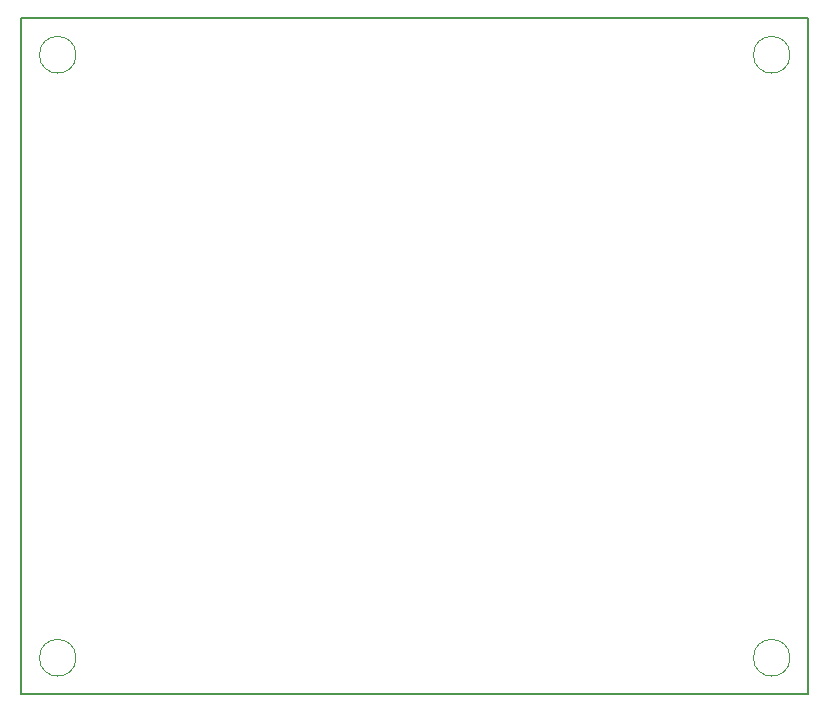
<source format=gbr>
%TF.GenerationSoftware,KiCad,Pcbnew,7.0.10*%
%TF.CreationDate,2025-01-30T22:16:48+01:00*%
%TF.ProjectId,bike_computer,62696b65-5f63-46f6-9d70-757465722e6b,rev?*%
%TF.SameCoordinates,Original*%
%TF.FileFunction,Profile,NP*%
%FSLAX46Y46*%
G04 Gerber Fmt 4.6, Leading zero omitted, Abs format (unit mm)*
G04 Created by KiCad (PCBNEW 7.0.10) date 2025-01-30 22:16:48*
%MOMM*%
%LPD*%
G01*
G04 APERTURE LIST*
%TA.AperFunction,Profile*%
%ADD10C,0.100000*%
%TD*%
%TA.AperFunction,Profile*%
%ADD11C,0.200000*%
%TD*%
G04 APERTURE END LIST*
D10*
X112548000Y-121692000D02*
G75*
G03*
X109448000Y-121692000I-1550000J0D01*
G01*
X109448000Y-121692000D02*
G75*
G03*
X112548000Y-121692000I1550000J0D01*
G01*
X112548000Y-70638000D02*
G75*
G03*
X109448000Y-70638000I-1550000J0D01*
G01*
X109448000Y-70638000D02*
G75*
G03*
X112548000Y-70638000I1550000J0D01*
G01*
X173000000Y-70638000D02*
G75*
G03*
X169900000Y-70638000I-1550000J0D01*
G01*
X169900000Y-70638000D02*
G75*
G03*
X173000000Y-70638000I1550000J0D01*
G01*
X173000000Y-121692000D02*
G75*
G03*
X169900000Y-121692000I-1550000J0D01*
G01*
X169900000Y-121692000D02*
G75*
G03*
X173000000Y-121692000I1550000J0D01*
G01*
D11*
X107883177Y-67497177D02*
X174498000Y-67497177D01*
X174498000Y-124747410D01*
X107883177Y-124747410D01*
X107883177Y-67497177D01*
M02*

</source>
